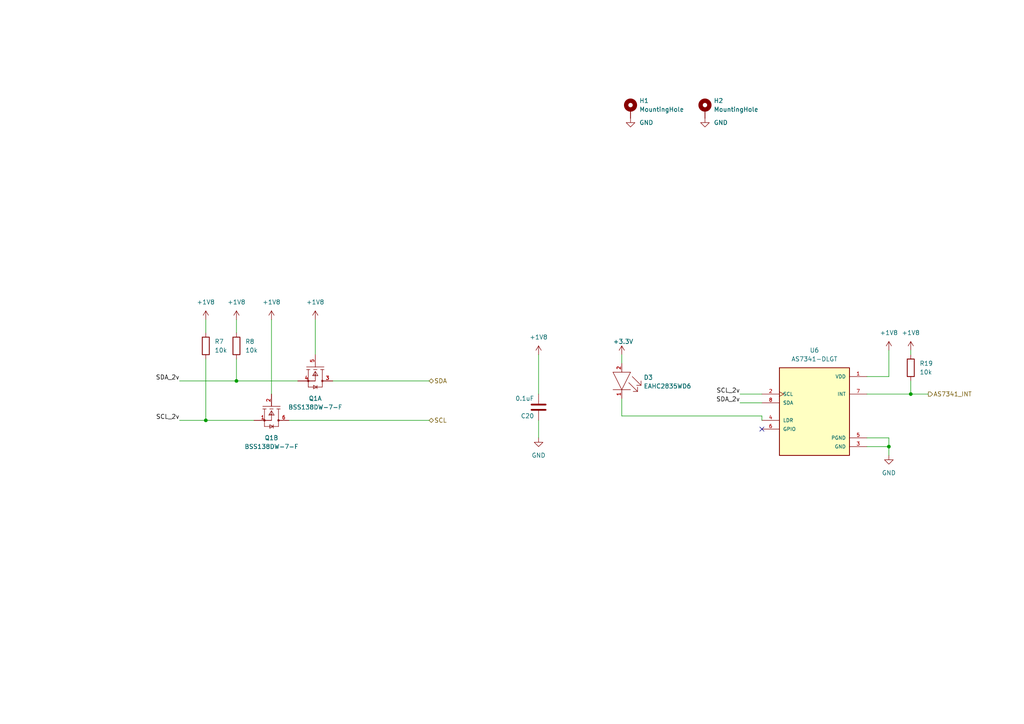
<source format=kicad_sch>
(kicad_sch (version 20230121) (generator eeschema)
  (paper "A4")
  (title_block (title "Development Board") (date "2023-10-02") (rev "3") (company "Plastic Scanner"))
  (lib_symbols
    (symbol "AS7341-DLGT:AS7341-DLGT" (pin_names (offset 1.016))
      (property "Reference" "U" (at -10.16 13.97 0))
      (property "Value" "AS7341-DLGT" (at -10.16 -15.24 0))
      (symbol "AS7341-DLGT_0_0"
        (rectangle (start -10.16 -12.7) (end 10.16 12.7) (stroke (width 0.254)) (fill (type background)))
        (pin power_in line (at 15.24 10.16 180) (length 5.08) (name "VDD") (number "1"))
        (pin input clock (at -15.24 5.08 0) (length 5.08) (name "SCL") (number "2"))
        (pin power_in line (at 15.24 -10.16 180) (length 5.08) (name "GND") (number "3"))
        (pin input line (at -15.24 -2.54 0) (length 5.08) (name "LDR") (number "4"))
        (pin power_in line (at 15.24 -7.62 180) (length 5.08) (name "PGND") (number "5"))
        (pin bidirectional line (at -15.24 -5.08 0) (length 5.08) (name "GPIO") (number "6"))
        (pin output line (at 15.24 5.08 180) (length 5.08) (name "INT") (number "7"))
        (pin bidirectional line (at -15.24 2.54 0) (length 5.08) (name "SDA") (number "8"))
      )
    )
    (symbol "Device:C" (pin_numbers hide) (pin_names (offset 0.254))
      (property "Reference" "C" (at 0.635 2.54 0))
      (property "Value" "C" (at 0.635 -2.54 0))
      (symbol "C_0_1"
        (polyline (pts (xy -2.032 -0.762) (xy 2.032 -0.762)) (stroke (width 0.508)))
        (polyline (pts (xy -2.032 0.762) (xy 2.032 0.762)) (stroke (width 0.508)))
      )
      (symbol "C_1_1"
        (pin passive line (at 0 3.81 270) (length 2.794) (name "~") (number "1"))
        (pin passive line (at 0 -3.81 90) (length 2.794) (name "~") (number "2"))
      )
    )
    (symbol "Device:R" (pin_numbers hide) (pin_names (offset 0))
      (property "Reference" "R" (at 2.032 0 90))
      (property "Value" "R" (at 0 0 90))
      (symbol "R_0_1"
        (rectangle (start -1.016 -2.54) (end 1.016 2.54) (stroke (width 0.254)))
      )
      (symbol "R_1_1"
        (pin passive line (at 0 3.81 270) (length 1.27) (name "~") (number "1"))
        (pin passive line (at 0 -3.81 90) (length 1.27) (name "~") (number "2"))
      )
    )
    (symbol "Diodes_Inc._-_BSS138DW-7-F:BSS138DW-7-F" (pin_names (offset 1.016))
      (property "Reference" "Q" (at 0 7.62 0))
      (property "Value" "BSS138DW-7-F" (at 0 10.16 0))
      (symbol "BSS138DW-7-F_1_1"
        (polyline (pts (xy 6.096 -2.54) (xy 6.096 2.54)))
        (polyline (pts (xy 6.858 -2.032) (xy 10.16 -2.032)))
        (polyline (pts (xy 6.858 -1.524) (xy 6.858 -2.54)))
        (polyline (pts (xy 6.858 0.508) (xy 6.858 -0.508)))
        (polyline (pts (xy 6.858 1.524) (xy 6.858 2.54)))
        (polyline (pts (xy 6.858 2.032) (xy 10.16 2.032)))
        (polyline (pts (xy 7.366 0) (xy 8.636 -0.762)))
        (polyline (pts (xy 7.366 0) (xy 8.636 0.762)))
        (polyline (pts (xy 7.62 0) (xy 10.16 0)))
        (polyline (pts (xy 8.382 0.254) (xy 8.382 -0.508)))
        (polyline (pts (xy 8.636 0.762) (xy 8.636 -0.762)))
        (polyline (pts (xy 10.16 -2.032) (xy 11.938 -2.032)))
        (polyline (pts (xy 11.43 -0.508) (xy 12.446 -0.508)))
        (polyline (pts (xy 11.938 -2.032) (xy 11.938 2.032)))
        (polyline (pts (xy 11.938 0.508) (xy 11.43 -0.508)))
        (polyline (pts (xy 11.938 0.508) (xy 11.43 0.508)))
        (polyline (pts (xy 11.938 0.508) (xy 12.446 0.508)))
        (polyline (pts (xy 11.938 2.032) (xy 10.16 2.032)))
        (polyline (pts (xy 12.446 -0.508) (xy 11.938 0.508)))
        (circle (center 10.16 -2.032) (radius 0.254))
        (circle (center 10.16 2.032) (radius 0.254))
        (pin passive line (at 10.16 5.08 270) (length 3.048) (name "D1") (number "3"))
        (pin passive line (at 10.16 -5.08 90) (length 5.08) (name "S1") (number "4"))
        (pin passive line (at 2.54 0 0) (length 3.556) (name "G1") (number "5"))
      )
      (symbol "BSS138DW-7-F_2_1"
        (polyline (pts (xy 6.096 -2.54) (xy 6.096 2.54)))
        (polyline (pts (xy 6.858 -2.032) (xy 10.16 -2.032)))
        (polyline (pts (xy 6.858 -1.524) (xy 6.858 -2.54)))
        (polyline (pts (xy 6.858 0.508) (xy 6.858 -0.508)))
        (polyline (pts (xy 6.858 1.524) (xy 6.858 2.54)))
        (polyline (pts (xy 6.858 2.032) (xy 10.16 2.032)))
        (polyline (pts (xy 7.366 0) (xy 8.636 -0.762)))
        (polyline (pts (xy 7.366 0) (xy 8.636 0.762)))
        (polyline (pts (xy 7.62 0) (xy 10.16 0)))
        (polyline (pts (xy 8.382 0.254) (xy 8.382 -0.508)))
        (polyline (pts (xy 8.636 0.762) (xy 8.636 -0.762)))
        (polyline (pts (xy 10.16 -2.032) (xy 11.938 -2.032)))
        (polyline (pts (xy 11.43 -0.508) (xy 12.446 -0.508)))
        (polyline (pts (xy 11.938 -2.032) (xy 11.938 2.032)))
        (polyline (pts (xy 11.938 0.508) (xy 11.43 -0.508)))
        (polyline (pts (xy 11.938 0.508) (xy 11.43 0.508)))
        (polyline (pts (xy 11.938 0.508) (xy 12.446 0.508)))
        (polyline (pts (xy 11.938 2.032) (xy 10.16 2.032)))
        (polyline (pts (xy 12.446 -0.508) (xy 11.938 0.508)))
        (circle (center 10.16 -2.032) (radius 0.254))
        (circle (center 10.16 2.032) (radius 0.254))
        (pin passive line (at 10.16 -5.08 90) (length 5.08) (name "S2") (number "1"))
        (pin passive line (at 2.54 0 0) (length 3.556) (name "G2") (number "2"))
        (pin passive line (at 10.16 5.08 270) (length 3.048) (name "D2") (number "6"))
      )
    )
    (symbol "Everlight-EAHC2835WD6:EAHC2835WD6" (pin_names (offset 1.016))
      (property "Reference" "D" (at 0 10.16 0))
      (property "Value" "EAHC2835WD6" (at 0 12.7 0))
      (symbol "EAHC2835WD6_1_1"
        (polyline (pts (xy 5.08 -2.54) (xy 10.16 0)))
        (polyline (pts (xy 5.08 2.54) (xy 5.08 -2.54)))
        (polyline (pts (xy 5.08 2.54) (xy 10.16 0)))
        (polyline (pts (xy 6.35 3.048) (xy 8.89 5.588)))
        (polyline (pts (xy 8.128 2.032) (xy 10.668 4.572)))
        (polyline (pts (xy 8.89 5.588) (xy 7.62 5.588)))
        (polyline (pts (xy 8.89 5.588) (xy 8.89 4.318)))
        (polyline (pts (xy 10.16 2.54) (xy 10.16 -2.54)))
        (polyline (pts (xy 10.668 4.572) (xy 9.398 4.572)))
        (polyline (pts (xy 10.668 4.572) (xy 10.668 3.302)))
        (pin passive line (at 12.7 0 180) (length 2.54) (name "CATHODE") (number "1"))
        (pin passive line (at 2.54 0 0) (length 2.54) (name "ANODE") (number "2"))
      )
    )
    (symbol "Mechanical:MountingHole_Pad" (pin_numbers hide) (pin_names (offset 1.016) hide)
      (property "Reference" "H" (at 0 6.35 0))
      (property "Value" "MountingHole_Pad" (at 0 4.445 0))
      (symbol "MountingHole_Pad_0_1"
        (circle (center 0 1.27) (radius 1.27) (stroke (width 1.27)))
      )
      (symbol "MountingHole_Pad_1_1"
        (pin input line (at 0 -2.54 90) (length 2.54) (name "1") (number "1"))
      )
    )
    (symbol "power:+1V8" (power) (pin_names (offset 0))
      (property "Value" "+1V8" (at 0 3.556 0))
      (symbol "+1V8_0_1"
        (polyline (pts (xy -0.762 1.27) (xy 0 2.54)))
        (polyline (pts (xy 0 0) (xy 0 2.54)))
        (polyline (pts (xy 0 2.54) (xy 0.762 1.27)))
      )
      (symbol "+1V8_1_1"
        (pin power_in line (at 0 0 90) (length 0) hide (name "+1V8") (number "1"))
      )
    )
    (symbol "power:+3.3V" (power) (pin_names (offset 0))
      (property "Value" "+3.3V" (at 0 3.556 0))
      (symbol "+3.3V_0_1"
        (polyline (pts (xy -0.762 1.27) (xy 0 2.54)))
        (polyline (pts (xy 0 0) (xy 0 2.54)))
        (polyline (pts (xy 0 2.54) (xy 0.762 1.27)))
      )
      (symbol "+3.3V_1_1"
        (pin power_in line (at 0 0 90) (length 0) hide (name "+3.3V") (number "1"))
      )
    )
    (symbol "power:GND" (power) (pin_names (offset 0))
      (property "Value" "GND" (at 0 -3.81 0))
      (symbol "GND_0_1"
        (polyline (pts (xy 0 0) (xy 0 -1.27) (xy 1.27 -1.27) (xy 0 -2.54) (xy -1.27 -1.27) (xy 0 -1.27)))
      )
      (symbol "GND_1_1"
        (pin power_in line (at 0 0 270) (length 0) hide (name "GND") (number "1"))
      )
    )
  )
  (bus_alias "I2C" (members "SDA" "SCL"))
  (junction (at 257.81 129.54))
  (junction (at 59.69 121.92))
  (junction (at 264.16 114.3))
  (junction (at 68.58 110.49))
  (no_connect (at 220.98 124.46))
  (wire (pts (xy 180.34 102.87) (xy 180.34 105.41)))
  (wire (pts (xy 220.98 120.65) (xy 220.98 121.92)))
  (wire (pts (xy 214.63 114.3) (xy 220.98 114.3)))
  (wire (pts (xy 257.81 101.6) (xy 257.81 109.22)))
  (wire (pts (xy 251.46 127) (xy 257.81 127)))
  (wire (pts (xy 59.69 92.71) (xy 59.69 96.52)))
  (wire (pts (xy 251.46 129.54) (xy 257.81 129.54)))
  (wire (pts (xy 156.21 102.87) (xy 156.21 114.3)))
  (wire (pts (xy 257.81 109.22) (xy 251.46 109.22)))
  (wire (pts (xy 180.34 115.57) (xy 180.34 120.65)))
  (wire (pts (xy 264.16 110.49) (xy 264.16 114.3)))
  (wire (pts (xy 96.52 110.49) (xy 124.46 110.49)))
  (wire (pts (xy 59.69 104.14) (xy 59.69 121.92)))
  (wire (pts (xy 68.58 92.71) (xy 68.58 96.52)))
  (wire (pts (xy 264.16 114.3) (xy 269.24 114.3)))
  (wire (pts (xy 264.16 101.6) (xy 264.16 102.87)))
  (wire (pts (xy 214.63 116.84) (xy 220.98 116.84)))
  (wire (pts (xy 68.58 110.49) (xy 86.36 110.49)))
  (wire (pts (xy 83.82 121.92) (xy 124.46 121.92)))
  (wire (pts (xy 180.34 120.65) (xy 220.98 120.65)))
  (wire (pts (xy 91.44 92.71) (xy 91.44 102.87)))
  (wire (pts (xy 257.81 129.54) (xy 257.81 132.08)))
  (wire (pts (xy 52.07 110.49) (xy 68.58 110.49)))
  (wire (pts (xy 257.81 127) (xy 257.81 129.54)))
  (wire (pts (xy 251.46 114.3) (xy 264.16 114.3)))
  (wire (pts (xy 68.58 104.14) (xy 68.58 110.49)))
  (wire (pts (xy 78.74 92.71) (xy 78.74 114.3)))
  (wire (pts (xy 52.07 121.92) (xy 59.69 121.92)))
  (wire (pts (xy 156.21 121.92) (xy 156.21 127)))
  (wire (pts (xy 59.69 121.92) (xy 73.66 121.92)))
  (label "SDA_2v" (at 52.07 110.49 180))
  (label "SCL_2v" (at 214.63 114.3 180))
  (label "SCL_2v" (at 52.07 121.92 180))
  (label "SDA_2v" (at 214.63 116.84 180))
  (hierarchical_label "SDA" (shape bidirectional) (at 124.46 110.49 0))
  (hierarchical_label "AS7341_INT" (shape output) (at 269.24 114.3 0))
  (hierarchical_label "SCL" (shape bidirectional) (at 124.46 121.92 0))
  (symbol (lib_id "Device:R") (at 68.58 100.33 0) (unit 1)
    (property "Reference" "R8" (at 71.12 99.0599 0) (effects (justify left)))
    (property "Value" "10k" (at 71.12 101.5999 0) (effects (justify left)))
    (property "Footprint" "Resistor_SMD:R_0603_1608Metric_Pad0.98x0.95mm_HandSolder" (effects hide))
    (property "mouser description" "CRGH0603J10K" (effects hide))
    (property "mouser part number" "279-CRGH0603J10K" (effects hide))
    (property "digikey description" "RES 10K OHM 5% 1/10W 0603" (effects hide))
    (property "digikey part number" "311-10KGRCT-ND" (effects hide))
  )
  (symbol (lib_id "power:GND") (at 182.88 34.29 0) (unit 1)
    (property "Reference" "#PWR0112" (effects hide))
    (property "Value" "GND" (at 185.42 35.5599 0) (effects (justify left)))
  )
  (symbol (lib_id "power:GND") (at 156.21 127 0) (unit 1)
    (property "Reference" "#PWR0125" (effects hide))
    (property "Value" "GND" (at 156.21 132.08 0))
    (instances (project "RoundScanner" (path "" (reference "#PWR0125") (unit 1)) (path "" (reference "#PWR046") (unit 1))))
  )
  (symbol (lib_id "Mechanical:MountingHole_Pad") (at 204.47 31.75 0) (unit 1) (in_bom no)
    (property "Reference" "H2" (at 207.01 29.2099 0) (effects (justify left)))
    (property "Value" "MountingHole" (at 207.01 31.7499 0) (effects (justify left)))
    (property "Footprint" "MountingHole:MountingHole_2.2mm_M2_ISO7380_Pad" (effects hide))
  )
  (symbol (lib_id "Everlight-EAHC2835WD6:EAHC2835WD6") (at 180.34 102.87 270) (unit 1)
    (property "Reference" "D3" (at 186.69 109.4739 90) (effects (justify left)))
    (property "Value" "EAHC2835WD6" (at 186.69 112.0139 90) (effects (justify left)))
    (property "Footprint" "Everlight-EAHC2835WD6:Everlight-EAHC2835WD6-MFG" (effects hide))
    (property "Datasheet" "https://everlightamericas.com/index.php?controller=attachment&id_attachment=2355" (effects hide))
    (property "digikey description" "LED COOL WHITE 6500K 2SMD" (effects hide))
    (property "digikey part number" "1080-1461-1-ND" (effects hide))
    (property "manufacturer" "Everlight" (effects hide))
    (property "mouser description" "White High Power Lighting LED" (effects hide))
    (property "mouser part number" "638-EAHC2835WD6" (effects hide))
  )
  (symbol (lib_id "power:+3.3V") (at 180.34 102.87 0) (unit 1)
    (property "Reference" "#PWR0115" (effects hide))
    (property "Value" "+3.3V" (at 177.8 99.06 0) (effects (justify left)))
  )
  (symbol (lib_id "power:+1V8") (at 59.69 92.71 0) (unit 1)
    (property "Reference" "#PWR0109" (effects hide))
    (property "Value" "+1V8" (at 59.69 87.63 0))
  )
  (symbol (lib_id "power:+1V8") (at 156.21 102.87 0) (unit 1)
    (property "Reference" "#PWR0130" (effects hide))
    (property "Value" "+1V8" (at 156.21 97.79 0))
    (instances (project "RoundScanner" (path "" (reference "#PWR0130") (unit 1)) (path "" (reference "#PWR045") (unit 1))))
  )
  (symbol (lib_id "power:GND") (at 257.81 132.08 0) (unit 1)
    (property "Reference" "#PWR0113" (effects hide))
    (property "Value" "GND" (at 257.81 137.16 0))
  )
  (symbol (lib_id "power:+1V8") (at 78.74 92.71 0) (unit 1)
    (property "Reference" "#PWR0111" (effects hide))
    (property "Value" "+1V8" (at 78.74 87.63 0))
  )
  (symbol (lib_id "Device:R") (at 264.16 106.68 0) (unit 1)
    (property "Reference" "R19" (at 266.7 105.4099 0) (effects (justify left)))
    (property "Value" "10k" (at 266.7 107.9499 0) (effects (justify left)))
    (property "Footprint" "Resistor_SMD:R_0603_1608Metric_Pad0.98x0.95mm_HandSolder" (effects hide))
    (property "mouser description" "CRGH0603J10K" (effects hide))
    (property "mouser part number" "279-CRGH0603J10K" (effects hide))
    (property "digikey description" "RES 10K OHM 5% 1/10W 0603" (effects hide))
    (property "digikey part number" "311-10KGRCT-ND" (effects hide))
  )
  (symbol (lib_id "power:+1V8") (at 91.44 92.71 0) (unit 1)
    (property "Reference" "#PWR0107" (effects hide))
    (property "Value" "+1V8" (at 91.44 87.63 0))
  )
  (symbol (lib_id "Device:R") (at 59.69 100.33 0) (unit 1)
    (property "Reference" "R7" (at 62.23 99.0599 0) (effects (justify left)))
    (property "Value" "10k" (at 62.23 101.5999 0) (effects (justify left)))
    (property "Footprint" "Resistor_SMD:R_0603_1608Metric_Pad0.98x0.95mm_HandSolder" (effects hide))
    (property "mouser description" "CRGH0603J10K" (effects hide))
    (property "mouser part number" "279-CRGH0603J10K" (effects hide))
    (property "digikey description" "RES 10K OHM 5% 1/10W 0603" (effects hide))
    (property "digikey part number" "311-10KGRCT-ND" (effects hide))
  )
  (symbol (lib_id "AS7341-DLGT:AS7341-DLGT") (at 236.22 119.38 0) (unit 1)
    (property "Reference" "U6" (at 236.22 101.6 0))
    (property "Value" "AS7341-DLGT" (at 236.22 104.14 0))
    (property "Footprint" "AS7341-DLGT:PSON80P310X200X110-8N" (effects hide))
    (property "MAXIMUM_PACKAGE_HEIGHT" "1.1 mm" (effects hide))
    (property "STANDARD" "IPC7351B" (effects hide))
    (property "MANUFACTURER" "AMS" (effects hide))
    (property "PARTREV" "V3" (effects hide))
    (property "digikey description" "SENSOR OPT AMBIENT 8OLGA" (effects hide))
    (property "digikey part number" "AS7341-DLGTCT-ND" (effects hide))
  )
  (symbol (lib_id "Mechanical:MountingHole_Pad") (at 182.88 31.75 0) (unit 1) (in_bom no)
    (property "Reference" "H1" (at 185.42 29.2099 0) (effects (justify left)))
    (property "Value" "MountingHole" (at 185.42 31.7499 0) (effects (justify left)))
    (property "Footprint" "MountingHole:MountingHole_2.2mm_M2_ISO7380_Pad" (effects hide))
  )
  (symbol (lib_id "power:+1V8") (at 264.16 101.6 0) (unit 1)
    (property "Reference" "#PWR0116" (effects hide))
    (property "Value" "+1V8" (at 264.16 96.52 0))
  )
  (symbol (lib_id "power:+1V8") (at 257.81 101.6 0) (unit 1)
    (property "Reference" "#PWR0114" (effects hide))
    (property "Value" "+1V8" (at 257.81 96.52 0))
  )
  (symbol (lib_id "Device:C") (at 156.21 118.11 180) (unit 1)
    (property "Reference" "C20" (at 154.94 120.65 0) (effects (justify left)))
    (property "Value" "0.1uF" (at 154.94 115.57 0) (effects (justify left)))
    (property "Footprint" "Capacitor_SMD:C_0603_1608Metric_Pad1.08x0.95mm_HandSolder" (effects hide))
    (property "digikey description" "CAP CER 0.1UF 16V X7R 0603" (effects hide))
    (property "digikey part number" "311-1088-1-ND" (effects hide))
  )
  (symbol (lib_id "power:+1V8") (at 68.58 92.71 0) (unit 1)
    (property "Reference" "#PWR0110" (effects hide))
    (property "Value" "+1V8" (at 68.58 87.63 0))
  )
  (symbol (lib_id "Diodes_Inc._-_BSS138DW-7-F:BSS138DW-7-F") (at 91.44 100.33 270) (unit 1)
    (property "Reference" "Q1" (at 91.44 115.57 90))
    (property "Value" "BSS138DW-7-F" (at 91.44 118.11 90))
    (property "Footprint" "BSS138DW-7-F-A:Diodes_Inc._-_BSS138DW-7-F-A" (effects hide))
    (property "Datasheet" "https://www.diodes.com/assets/Datasheets/ds30203.pdf" (effects hide))
    (property "automotive" "No" (effects hide))
    (property "category" "Trans" (effects hide))
    (property "continuous drain current" "200mA" (effects hide))
    (property "depletion mode" "False" (effects hide))
    (property "device class L1" "Discrete Semiconductors" (effects hide))
    (property "device class L2" "Transistors" (effects hide))
    (property "device class L3" "MOSFETs" (effects hide))
    (property "digikey description" "MOSFET 2N-CH 50V 0.2A SC70-6" (effects hide))
    (property "digikey part number" "BSS138DW-FDICT-ND" (effects hide))
    (property "drain to source breakdown voltage" "75V" (effects hide))
    (property "drain to source resistance" "1.4Ω" (effects hide))
    (property "drain to source voltage" "50V" (effects hide))
    (property "footprint url" "https://www.diodes.com/assets/Package-Files/SOT363.pdf" (effects hide))
    (property "gate to source voltage" "20V" (effects hide))
    (property "height" "1.1mm" (effects hide))
    (property "input capacitace at vds" "50pF @ 10V" (effects hide))
    (property "lead free" "Yes" (effects hide))
    (property "library id" "315a08f55ef6fa24" (effects hide))
    (property "manufacturer" "Diodes Inc." (effects hide))
    (property "max junction temp" "+150°C" (effects hide))
    (property "mouser description" "MOSFET 50V 200mW" (effects hide))
    (property "mouser part number" "621-BSS138DW-F" (effects hide))
    (property "number of N channels" "2" (effects hide))
    (property "number of channels" "2" (effects hide))
    (property "package" "SOT363" (effects hide))
    (property "power dissipation" "200mW" (effects hide))
    (property "rohs" "Yes" (effects hide))
    (property "rthja max" "625°C/W" (effects hide))
    (property "standoff height" "0mm" (effects hide))
    (property "temperature range high" "+150°C" (effects hide))
    (property "temperature range low" "-55°C" (effects hide))
    (property "threshold vgs max" "1.5V" (effects hide))
    (property "threshold vgs min" "0.5V" (effects hide))
    (property "turn off delay time" "20ns" (effects hide))
    (property "turn on delay time" "20ns" (effects hide))
  )
  (symbol (lib_id "power:GND") (at 204.47 34.29 0) (unit 1)
    (property "Reference" "#PWR0108" (effects hide))
    (property "Value" "GND" (at 207.01 35.5599 0) (effects (justify left)))
  )
  (symbol (lib_id "Diodes_Inc._-_BSS138DW-7-F:BSS138DW-7-F") (at 78.74 111.76 270) (unit 2)
    (property "Reference" "Q1" (at 78.74 127 90))
    (property "Value" "BSS138DW-7-F" (at 78.74 129.54 90))
    (property "Footprint" "BSS138DW-7-F-A:Diodes_Inc._-_BSS138DW-7-F-A" (effects hide))
    (property "Datasheet" "https://www.diodes.com/assets/Datasheets/ds30203.pdf" (effects hide))
    (property "automotive" "No" (effects hide))
    (property "category" "Trans" (effects hide))
    (property "continuous drain current" "200mA" (effects hide))
    (property "depletion mode" "False" (effects hide))
    (property "device class L1" "Discrete Semiconductors" (effects hide))
    (property "device class L2" "Transistors" (effects hide))
    (property "device class L3" "MOSFETs" (effects hide))
    (property "digikey description" "MOSFET 2N-CH 50V 0.2A SC70-6" (effects hide))
    (property "digikey part number" "BSS138DW-FDICT-ND" (effects hide))
    (property "drain to source breakdown voltage" "75V" (effects hide))
    (property "drain to source resistance" "1.4Ω" (effects hide))
    (property "drain to source voltage" "50V" (effects hide))
    (property "footprint url" "https://www.diodes.com/assets/Package-Files/SOT363.pdf" (effects hide))
    (property "gate to source voltage" "20V" (effects hide))
    (property "height" "1.1mm" (effects hide))
    (property "input capacitace at vds" "50pF @ 10V" (effects hide))
    (property "lead free" "Yes" (effects hide))
    (property "library id" "315a08f55ef6fa24" (effects hide))
    (property "manufacturer" "Diodes Inc." (effects hide))
    (property "max junction temp" "+150°C" (effects hide))
    (property "mouser description" "MOSFET 50V 200mW" (effects hide))
    (property "mouser part number" "621-BSS138DW-F" (effects hide))
    (property "number of N channels" "2" (effects hide))
    (property "number of channels" "2" (effects hide))
    (property "package" "SOT363" (effects hide))
    (property "power dissipation" "200mW" (effects hide))
    (property "rohs" "Yes" (effects hide))
    (property "rthja max" "625°C/W" (effects hide))
    (property "standoff height" "0mm" (effects hide))
    (property "temperature range high" "+150°C" (effects hide))
    (property "temperature range low" "-55°C" (effects hide))
    (property "threshold vgs max" "1.5V" (effects hide))
    (property "threshold vgs min" "0.5V" (effects hide))
    (property "turn off delay time" "20ns" (effects hide))
    (property "turn on delay time" "20ns" (effects hide))
  )
)
</source>
